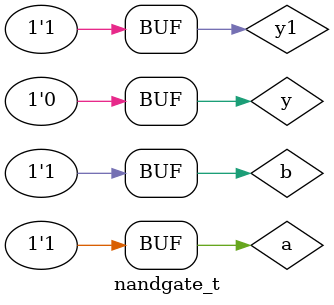
<source format=v>
module nandgate_t;
reg a,b;
wire y1;
and nandgate_t(y1,a,b);
not nandgate_t(y,y1);
initial		
begin
#10 a=0;b=0;
#10 a=0;b=1;
#10 a=1;b=0;
#10 a=1;b=1;
end
initial
begin				
$monitor($time,"a=%b, b=%b, y=%b",a,b,y); 
end
initial
begin
$dumpfile("nand.vcd");	
$dumpvars(0,nandgate_t);	
end
endmodule 
</source>
